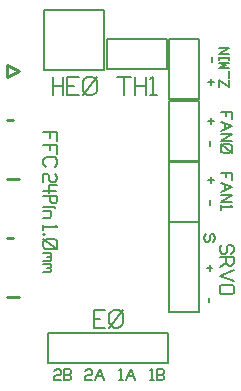
<source format=gto>
G04 -- Generated By PCBWeb Designer*
%FSLAX24Y24*%
%MOIN*%
%OFA0B0*%
%SFA1.0B1.0*%
%AMROTRECT*21,1,$1,$2,0,0,$3*%
%AMROTOBLONG*1,1,$7,$1,$2*1,1,$7,$3,$4*21,1,$5,$6,0,0,$8*%
%ADD10C,0.025*%
%ADD11C,0.06*%
%ADD12C,0.035*%
%ADD13C,0.07*%
%ADD14C,0.006*%
%ADD15C,0.008*%
%ADD16C,0.024*%
%ADD17C,0.05*%
%ADD18C,0.028*%
%ADD19C,0.1772*%
%ADD20C,0.128*%
%ADD21C,0.1872*%
%ADD22R,0.0787X0.024*%
%ADD23R,0.0887X0.034*%
%ADD24R,0.1417X0.1055*%
%ADD25R,0.1517X0.1155*%
%ADD26C,0.01*%
%ADD27R,0.06X0.06*%
%ADD28C,0.04*%
%ADD29R,0.07X0.07*%
%ADD30C,0.0*%
%ADD31C,0.0098*%
%ADD32C,0.0591*%
%ADD33C,0.0275*%
%ADD34C,0.0197*%
G01*
%LNERASE*%
%LPC*%
G54D16*
X6257Y3496D02*
X5882Y3496D01*
X5882Y2896D01*
X6257Y2896D01*
X5882Y3196D02*
X6107Y3196D01*
X6407Y3046D02*
X6445Y2971D01*
X6482Y2934D01*
X6557Y2896D01*
X6707Y2896D01*
X6782Y2934D01*
X6820Y2971D01*
X6857Y3046D01*
X6857Y3346D01*
X6820Y3421D01*
X6782Y3459D01*
X6707Y3496D01*
X6557Y3496D01*
X6482Y3459D01*
X6445Y3421D01*
X6407Y3346D01*
X6407Y3046D01*
X6407Y3046D01*
X6407Y2896D02*
X6857Y3496D01*
X6677Y11256D02*
X7127Y11256D01*
X6902Y11256D02*
X6902Y10656D01*
X7277Y11256D02*
X7277Y10656D01*
X7614Y11256D02*
X7614Y10656D01*
X7277Y10956D02*
X7614Y10956D01*
X7764Y10656D02*
X7989Y10656D01*
X7877Y10656D02*
X7877Y11256D01*
X7764Y11181D01*
X10063Y10924D02*
X10063Y11140D01*
X10378Y10924D01*
X10378Y11140D01*
X10378Y11219D02*
X10378Y11455D01*
X10378Y11534D02*
X10063Y11534D01*
X10280Y11632D01*
X10063Y11731D01*
X10378Y11731D01*
X10378Y11810D02*
X10378Y11928D01*
X10063Y11810D02*
X10063Y11928D01*
X10063Y11869D02*
X10378Y11869D01*
X10378Y12006D02*
X10063Y12006D01*
X10378Y12203D01*
X10063Y12203D01*
X10467Y5362D02*
X10556Y5451D01*
X10556Y5569D01*
X10467Y5658D01*
X10378Y5658D01*
X10319Y5599D01*
X10319Y5422D01*
X10260Y5362D01*
X10172Y5362D01*
X10083Y5451D01*
X10083Y5569D01*
X10172Y5658D01*
X10083Y5244D02*
X10556Y5244D01*
X10556Y5038D01*
X10467Y4949D01*
X10378Y4949D01*
X10290Y5038D01*
X10290Y5244D01*
X10290Y5038D02*
X10083Y4920D01*
X10556Y4801D02*
X10083Y4624D01*
X10556Y4447D01*
X10201Y4329D02*
X10496Y4329D01*
X10556Y4270D01*
X10556Y4063D01*
X10496Y4004D01*
X10142Y4004D01*
X10083Y4063D01*
X10083Y4270D01*
X10142Y4329D01*
X10201Y4329D01*
X10506Y9846D02*
X10506Y10092D01*
X10113Y10092D01*
X10309Y10092D02*
X10309Y9944D01*
X10260Y9691D02*
X10260Y9509D01*
X10113Y9747D02*
X10506Y9600D01*
X10113Y9452D01*
X10113Y9354D02*
X10506Y9354D01*
X10113Y9108D01*
X10506Y9108D01*
X10211Y9009D02*
X10162Y8985D01*
X10137Y8960D01*
X10113Y8911D01*
X10113Y8812D01*
X10137Y8763D01*
X10162Y8739D01*
X10211Y8714D01*
X10408Y8714D01*
X10457Y8739D01*
X10482Y8763D01*
X10506Y8812D01*
X10506Y8911D01*
X10482Y8960D01*
X10457Y8985D01*
X10408Y9009D01*
X10211Y9009D01*
X10211Y9009D01*
X10113Y9009D02*
X10506Y8714D01*
X10506Y7814D02*
X10506Y8060D01*
X10113Y8060D01*
X10309Y8060D02*
X10309Y7912D01*
X10260Y7659D02*
X10260Y7477D01*
X10113Y7716D02*
X10506Y7568D01*
X10113Y7420D01*
X10113Y7322D02*
X10506Y7322D01*
X10113Y7076D01*
X10506Y7076D01*
X10113Y6977D02*
X10113Y6830D01*
X10113Y6904D02*
X10506Y6904D01*
X10457Y6977D01*
X9867Y5758D02*
X9941Y5832D01*
X9941Y5930D01*
X9867Y6004D01*
X9793Y6004D01*
X9744Y5955D01*
X9744Y5807D01*
X9695Y5758D01*
X9621Y5758D01*
X9547Y5832D01*
X9547Y5930D01*
X9621Y6004D01*
X9843Y4872D02*
X9646Y4872D01*
X9744Y4971D02*
X9744Y4774D01*
X9720Y3888D02*
X9720Y3740D01*
X9892Y7825D02*
X9695Y7825D01*
X9793Y7923D02*
X9793Y7727D01*
X9769Y7136D02*
X9769Y6988D01*
X9892Y9793D02*
X9695Y9793D01*
X9793Y9892D02*
X9793Y9695D01*
X9769Y9104D02*
X9769Y8957D01*
X9695Y11073D02*
X9892Y11073D01*
X9793Y10975D02*
X9793Y11171D01*
X9818Y11762D02*
X9818Y11910D01*
X4577Y1452D02*
X4651Y1526D01*
X4724Y1526D01*
X4798Y1452D01*
X4798Y1353D01*
X4749Y1304D01*
X4626Y1304D01*
X4577Y1255D01*
X4577Y1132D01*
X4798Y1132D01*
X4897Y1132D02*
X4897Y1526D01*
X5069Y1526D01*
X5118Y1476D01*
X5118Y1378D01*
X5069Y1329D01*
X5118Y1280D01*
X5118Y1181D01*
X5069Y1132D01*
X4897Y1132D01*
X5069Y1329D02*
X4897Y1329D01*
X5610Y1452D02*
X5684Y1526D01*
X5758Y1526D01*
X5832Y1452D01*
X5832Y1353D01*
X5782Y1304D01*
X5659Y1304D01*
X5610Y1255D01*
X5610Y1132D01*
X5832Y1132D01*
X5987Y1280D02*
X6169Y1280D01*
X5930Y1132D02*
X6078Y1526D01*
X6225Y1132D01*
X6718Y1132D02*
X6865Y1132D01*
X6791Y1132D02*
X6791Y1526D01*
X6718Y1476D01*
X7020Y1280D02*
X7202Y1280D01*
X6964Y1132D02*
X7111Y1526D01*
X7259Y1132D01*
X7751Y1132D02*
X7899Y1132D01*
X7825Y1132D02*
X7825Y1526D01*
X7751Y1476D01*
X7997Y1132D02*
X7997Y1526D01*
X8169Y1526D01*
X8219Y1476D01*
X8219Y1378D01*
X8169Y1329D01*
X8219Y1280D01*
X8219Y1181D01*
X8169Y1132D01*
X7997Y1132D01*
X8169Y1329D02*
X7997Y1329D01*
X4519Y11247D02*
X4519Y10647D01*
X4857Y11247D02*
X4857Y10647D01*
X4519Y10947D02*
X4857Y10947D01*
X5382Y11247D02*
X5007Y11247D01*
X5007Y10647D01*
X5382Y10647D01*
X5007Y10947D02*
X5232Y10947D01*
X5532Y10797D02*
X5569Y10722D01*
X5607Y10685D01*
X5682Y10647D01*
X5832Y10647D01*
X5907Y10685D01*
X5944Y10722D01*
X5982Y10797D01*
X5982Y11097D01*
X5944Y11172D01*
X5907Y11210D01*
X5832Y11247D01*
X5682Y11247D01*
X5607Y11210D01*
X5569Y11172D01*
X5532Y11097D01*
X5532Y10797D01*
X5532Y10797D01*
X5532Y10647D02*
X5982Y11247D01*
X4675Y9109D02*
X4675Y9405D01*
X4203Y9405D01*
X4439Y9405D02*
X4439Y9227D01*
X4675Y8696D02*
X4675Y8991D01*
X4203Y8991D01*
X4439Y8991D02*
X4439Y8814D01*
X4587Y8253D02*
X4675Y8342D01*
X4675Y8489D01*
X4587Y8578D01*
X4291Y8578D01*
X4203Y8489D01*
X4203Y8342D01*
X4291Y8253D01*
X4587Y8017D02*
X4675Y7928D01*
X4675Y7840D01*
X4587Y7751D01*
X4469Y7751D01*
X4410Y7810D01*
X4410Y7958D01*
X4350Y8017D01*
X4203Y8017D01*
X4203Y7751D01*
X4675Y7633D02*
X4410Y7633D01*
X4410Y7397D01*
X4616Y7456D02*
X4203Y7456D01*
X4203Y7279D02*
X4675Y7279D01*
X4675Y7101D01*
X4616Y7042D01*
X4498Y7042D01*
X4439Y7101D01*
X4439Y7279D01*
X4210Y6902D02*
X4572Y6902D01*
X4587Y6917D02*
X4601Y6902D01*
X4587Y6887D01*
X4572Y6902D01*
X4587Y6917D01*
X4469Y6769D02*
X4203Y6769D01*
X4424Y6769D02*
X4469Y6725D01*
X4469Y6607D01*
X4424Y6563D01*
X4203Y6563D01*
X4203Y6326D02*
X4203Y6149D01*
X4203Y6238D02*
X4675Y6238D01*
X4616Y6326D01*
X4232Y6031D02*
X4203Y6001D01*
X4232Y5972D01*
X4262Y6001D01*
X4232Y6031D01*
X4321Y5854D02*
X4262Y5824D01*
X4232Y5795D01*
X4203Y5736D01*
X4203Y5618D01*
X4232Y5559D01*
X4262Y5529D01*
X4321Y5500D01*
X4557Y5500D01*
X4616Y5529D01*
X4646Y5559D01*
X4675Y5618D01*
X4675Y5736D01*
X4646Y5795D01*
X4616Y5824D01*
X4557Y5854D01*
X4321Y5854D01*
X4321Y5854D01*
X4203Y5854D02*
X4675Y5500D01*
X4469Y5381D02*
X4203Y5381D01*
X4424Y5381D02*
X4469Y5337D01*
X4469Y5293D01*
X4424Y5249D01*
X4469Y5204D01*
X4469Y5160D01*
X4424Y5116D01*
X4203Y5116D01*
X4424Y5249D02*
X4336Y5249D01*
X4469Y4998D02*
X4203Y4998D01*
X4424Y4998D02*
X4469Y4953D01*
X4469Y4909D01*
X4424Y4865D01*
X4469Y4820D01*
X4469Y4776D01*
X4424Y4732D01*
X4203Y4732D01*
X4424Y4865D02*
X4336Y4865D01*
%LNSTD*%
%LPD*%
G54D14*
X4374Y1715D02*
X8374Y1715D01*
X8374Y2715D01*
X4374Y2715D01*
X4374Y1715D01*
G54D15*
X6257Y3496D02*
X5882Y3496D01*
X5882Y2896D01*
X6257Y2896D01*
X5882Y3196D02*
X6107Y3196D01*
X6407Y3046D02*
X6445Y2971D01*
X6482Y2934D01*
X6557Y2896D01*
X6707Y2896D01*
X6782Y2934D01*
X6820Y2971D01*
X6857Y3046D01*
X6857Y3346D01*
X6820Y3421D01*
X6782Y3459D01*
X6707Y3496D01*
X6557Y3496D01*
X6482Y3459D01*
X6445Y3421D01*
X6407Y3346D01*
X6407Y3046D01*
X6407Y3046D01*
X6407Y2896D02*
X6857Y3496D01*
G54D14*
X6341Y11508D02*
X8341Y11508D01*
X8341Y12508D01*
X6341Y12508D01*
X6341Y11508D01*
G54D15*
X6677Y11256D02*
X7127Y11256D01*
X6902Y11256D02*
X6902Y10656D01*
X7277Y11256D02*
X7277Y10656D01*
X7614Y11256D02*
X7614Y10656D01*
X7277Y10956D02*
X7614Y10956D01*
X7764Y10656D02*
X7989Y10656D01*
X7877Y10656D02*
X7877Y11256D01*
X7764Y11181D01*
G54D14*
X8408Y12508D02*
X8408Y10508D01*
X9408Y10508D01*
X9408Y12508D01*
X8408Y12508D01*
G54D15*
X10063Y10924D02*
X10063Y11140D01*
X10378Y10924D01*
X10378Y11140D01*
X10378Y11219D02*
X10378Y11455D01*
X10378Y11534D02*
X10063Y11534D01*
X10280Y11632D01*
X10063Y11731D01*
X10378Y11731D01*
X10378Y11810D02*
X10378Y11928D01*
X10063Y11810D02*
X10063Y11928D01*
X10063Y11869D02*
X10378Y11869D01*
X10378Y12006D02*
X10063Y12006D01*
X10378Y12203D01*
X10063Y12203D01*
G54D14*
X8408Y6406D02*
X8408Y3406D01*
X9408Y3406D01*
X9408Y6406D01*
X8408Y6406D01*
G54D15*
X10467Y5362D02*
X10556Y5451D01*
X10556Y5569D01*
X10467Y5658D01*
X10378Y5658D01*
X10319Y5599D01*
X10319Y5422D01*
X10260Y5362D01*
X10172Y5362D01*
X10083Y5451D01*
X10083Y5569D01*
X10172Y5658D01*
X10083Y5244D02*
X10556Y5244D01*
X10556Y5038D01*
X10467Y4949D01*
X10378Y4949D01*
X10290Y5038D01*
X10290Y5244D01*
X10290Y5038D02*
X10083Y4920D01*
X10556Y4801D02*
X10083Y4624D01*
X10556Y4447D01*
X10201Y4329D02*
X10496Y4329D01*
X10556Y4270D01*
X10556Y4063D01*
X10496Y4004D01*
X10142Y4004D01*
X10083Y4063D01*
X10083Y4270D01*
X10142Y4329D01*
X10201Y4329D01*
G54D14*
X8408Y10441D02*
X8408Y8441D01*
X9408Y8441D01*
X9408Y10441D01*
X8408Y10441D01*
G54D15*
X10506Y9846D02*
X10506Y10092D01*
X10113Y10092D01*
X10309Y10092D02*
X10309Y9944D01*
X10260Y9691D02*
X10260Y9509D01*
X10113Y9747D02*
X10506Y9600D01*
X10113Y9452D01*
X10113Y9354D02*
X10506Y9354D01*
X10113Y9108D01*
X10506Y9108D01*
X10211Y9009D02*
X10162Y8985D01*
X10137Y8960D01*
X10113Y8911D01*
X10113Y8812D01*
X10137Y8763D01*
X10162Y8739D01*
X10211Y8714D01*
X10408Y8714D01*
X10457Y8739D01*
X10482Y8763D01*
X10506Y8812D01*
X10506Y8911D01*
X10482Y8960D01*
X10457Y8985D01*
X10408Y9009D01*
X10211Y9009D01*
X10211Y9009D01*
X10113Y9009D02*
X10506Y8714D01*
G54D14*
X8408Y8423D02*
X8408Y6423D01*
X9408Y6423D01*
X9408Y8423D01*
X8408Y8423D01*
G54D15*
X10506Y7814D02*
X10506Y8060D01*
X10113Y8060D01*
X10309Y8060D02*
X10309Y7912D01*
X10260Y7659D02*
X10260Y7477D01*
X10113Y7716D02*
X10506Y7568D01*
X10113Y7420D01*
X10113Y7322D02*
X10506Y7322D01*
X10113Y7076D01*
X10506Y7076D01*
X10113Y6977D02*
X10113Y6830D01*
X10113Y6904D02*
X10506Y6904D01*
X10457Y6977D01*
X9867Y5758D02*
X9941Y5832D01*
X9941Y5930D01*
X9867Y6004D01*
X9793Y6004D01*
X9744Y5955D01*
X9744Y5807D01*
X9695Y5758D01*
X9621Y5758D01*
X9547Y5832D01*
X9547Y5930D01*
X9621Y6004D01*
X9843Y4872D02*
X9646Y4872D01*
X9744Y4971D02*
X9744Y4774D01*
X9720Y3888D02*
X9720Y3740D01*
X9892Y7825D02*
X9695Y7825D01*
X9793Y7923D02*
X9793Y7727D01*
X9769Y7136D02*
X9769Y6988D01*
X9892Y9793D02*
X9695Y9793D01*
X9793Y9892D02*
X9793Y9695D01*
X9769Y9104D02*
X9769Y8957D01*
X9695Y11073D02*
X9892Y11073D01*
X9793Y10975D02*
X9793Y11171D01*
X9818Y11762D02*
X9818Y11910D01*
X4577Y1452D02*
X4651Y1526D01*
X4724Y1526D01*
X4798Y1452D01*
X4798Y1353D01*
X4749Y1304D01*
X4626Y1304D01*
X4577Y1255D01*
X4577Y1132D01*
X4798Y1132D01*
X4897Y1132D02*
X4897Y1526D01*
X5069Y1526D01*
X5118Y1476D01*
X5118Y1378D01*
X5069Y1329D01*
X5118Y1280D01*
X5118Y1181D01*
X5069Y1132D01*
X4897Y1132D01*
X5069Y1329D02*
X4897Y1329D01*
X5610Y1452D02*
X5684Y1526D01*
X5758Y1526D01*
X5832Y1452D01*
X5832Y1353D01*
X5782Y1304D01*
X5659Y1304D01*
X5610Y1255D01*
X5610Y1132D01*
X5832Y1132D01*
X5987Y1280D02*
X6169Y1280D01*
X5930Y1132D02*
X6078Y1526D01*
X6225Y1132D01*
X6718Y1132D02*
X6865Y1132D01*
X6791Y1132D02*
X6791Y1526D01*
X6718Y1476D01*
X7020Y1280D02*
X7202Y1280D01*
X6964Y1132D02*
X7111Y1526D01*
X7259Y1132D01*
X7751Y1132D02*
X7899Y1132D01*
X7825Y1132D02*
X7825Y1526D01*
X7751Y1476D01*
X7997Y1132D02*
X7997Y1526D01*
X8169Y1526D01*
X8219Y1476D01*
X8219Y1378D01*
X8169Y1329D01*
X8219Y1280D01*
X8219Y1181D01*
X8169Y1132D01*
X7997Y1132D01*
X8169Y1329D02*
X7997Y1329D01*
G54D26*
X3396Y11442D02*
X3002Y11639D01*
X3002Y11245D01*
X3396Y11442D01*
X3002Y9808D02*
X3199Y9808D01*
X3002Y7839D02*
X3396Y7839D01*
X3002Y5871D02*
X3199Y5871D01*
X3002Y3902D02*
X3396Y3902D01*
G54D14*
X4224Y11492D02*
X6224Y11492D01*
X6224Y13492D01*
X4224Y13492D01*
X4224Y11492D02*
X4224Y13492D01*
G54D15*
X4519Y11247D02*
X4519Y10647D01*
X4857Y11247D02*
X4857Y10647D01*
X4519Y10947D02*
X4857Y10947D01*
X5382Y11247D02*
X5007Y11247D01*
X5007Y10647D01*
X5382Y10647D01*
X5007Y10947D02*
X5232Y10947D01*
X5532Y10797D02*
X5569Y10722D01*
X5607Y10685D01*
X5682Y10647D01*
X5832Y10647D01*
X5907Y10685D01*
X5944Y10722D01*
X5982Y10797D01*
X5982Y11097D01*
X5944Y11172D01*
X5907Y11210D01*
X5832Y11247D01*
X5682Y11247D01*
X5607Y11210D01*
X5569Y11172D01*
X5532Y11097D01*
X5532Y10797D01*
X5532Y10797D01*
X5532Y10647D02*
X5982Y11247D01*
X4675Y9109D02*
X4675Y9405D01*
X4203Y9405D01*
X4439Y9405D02*
X4439Y9227D01*
X4675Y8696D02*
X4675Y8991D01*
X4203Y8991D01*
X4439Y8991D02*
X4439Y8814D01*
X4587Y8253D02*
X4675Y8342D01*
X4675Y8489D01*
X4587Y8578D01*
X4291Y8578D01*
X4203Y8489D01*
X4203Y8342D01*
X4291Y8253D01*
X4587Y8017D02*
X4675Y7928D01*
X4675Y7840D01*
X4587Y7751D01*
X4469Y7751D01*
X4410Y7810D01*
X4410Y7958D01*
X4350Y8017D01*
X4203Y8017D01*
X4203Y7751D01*
X4675Y7633D02*
X4410Y7633D01*
X4410Y7397D01*
X4616Y7456D02*
X4203Y7456D01*
X4203Y7279D02*
X4675Y7279D01*
X4675Y7101D01*
X4616Y7042D01*
X4498Y7042D01*
X4439Y7101D01*
X4439Y7279D01*
X4210Y6902D02*
X4572Y6902D01*
X4587Y6917D02*
X4601Y6902D01*
X4587Y6887D01*
X4572Y6902D01*
X4587Y6917D01*
X4469Y6769D02*
X4203Y6769D01*
X4424Y6769D02*
X4469Y6725D01*
X4469Y6607D01*
X4424Y6563D01*
X4203Y6563D01*
X4203Y6326D02*
X4203Y6149D01*
X4203Y6238D02*
X4675Y6238D01*
X4616Y6326D01*
X4232Y6031D02*
X4203Y6001D01*
X4232Y5972D01*
X4262Y6001D01*
X4232Y6031D01*
X4321Y5854D02*
X4262Y5824D01*
X4232Y5795D01*
X4203Y5736D01*
X4203Y5618D01*
X4232Y5559D01*
X4262Y5529D01*
X4321Y5500D01*
X4557Y5500D01*
X4616Y5529D01*
X4646Y5559D01*
X4675Y5618D01*
X4675Y5736D01*
X4646Y5795D01*
X4616Y5824D01*
X4557Y5854D01*
X4321Y5854D01*
X4321Y5854D01*
X4203Y5854D02*
X4675Y5500D01*
X4469Y5381D02*
X4203Y5381D01*
X4424Y5381D02*
X4469Y5337D01*
X4469Y5293D01*
X4424Y5249D01*
X4469Y5204D01*
X4469Y5160D01*
X4424Y5116D01*
X4203Y5116D01*
X4424Y5249D02*
X4336Y5249D01*
X4469Y4998D02*
X4203Y4998D01*
X4424Y4998D02*
X4469Y4953D01*
X4469Y4909D01*
X4424Y4865D01*
X4469Y4820D01*
X4469Y4776D01*
X4424Y4732D01*
X4203Y4732D01*
X4424Y4865D02*
X4336Y4865D01*
M02*

</source>
